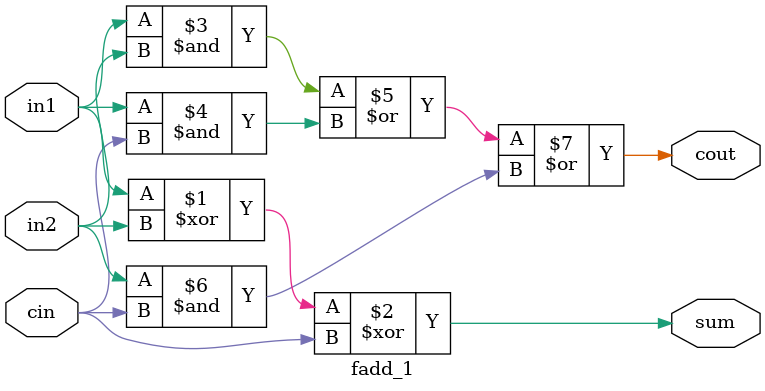
<source format=v>
module adder100i(
	input [99:0] a, b,
	input cin,
	output [99:0] cout,
	output [99:0] sum 
);
	// 100-bit binary ripple-carry adder
	// instatiating 100 fulladders in bottom module
	wire [100:0] fadd_cin;
	assign fadd_cin[0] = cin;
	
	// using generate block to instantiate 100 adder modules
	// using module array
	genvar i;
	generate
		for (i=0; i<100; i=i+1) begin : fadd_1_array
		fadd_1 u_fadd (
				a[i], b[i], fadd_cin[i],
				cout[i], sum[i]
			);
			assign fadd_cin[i+1] = cout[i];
		end
	endgenerate

endmodule

// 1-bit forward adder module
module fadd_1(
	input in1, in2, cin,
	output cout, sum 
);
	 
	assign sum = in1 ^ in2 ^ cin;
	assign cout = (in1 & in2) | (in1 & cin) | (in2 & cin);
 
endmodule

</source>
